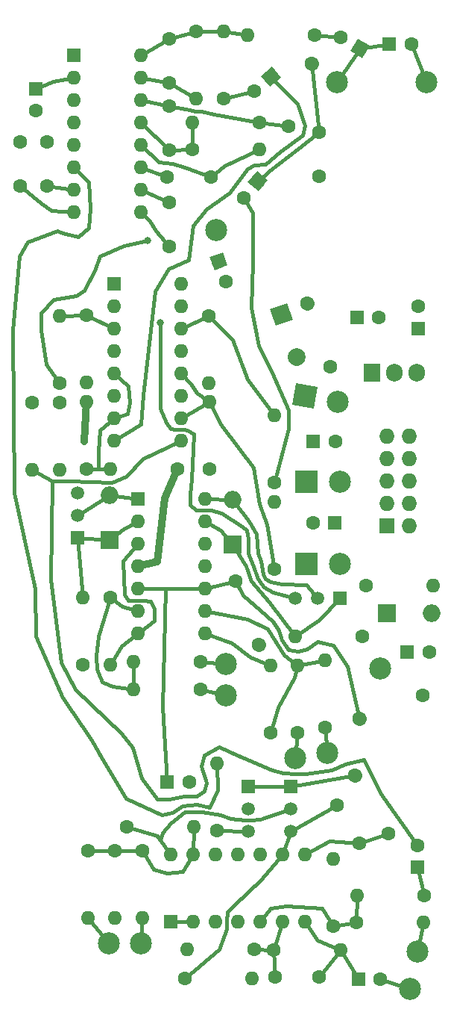
<source format=gbr>
G04 #@! TF.GenerationSoftware,KiCad,Pcbnew,(5.1.2-1)-1*
G04 #@! TF.CreationDate,2022-01-02T20:14:42-05:00*
G04 #@! TF.ProjectId,EchoFXXX_MFOS,4563686f-4658-4585-985f-4d464f532e6b,rev?*
G04 #@! TF.SameCoordinates,Original*
G04 #@! TF.FileFunction,Copper,L1,Top*
G04 #@! TF.FilePolarity,Positive*
%FSLAX46Y46*%
G04 Gerber Fmt 4.6, Leading zero omitted, Abs format (unit mm)*
G04 Created by KiCad (PCBNEW (5.1.2-1)-1) date 2022-01-02 20:14:42*
%MOMM*%
%LPD*%
G04 APERTURE LIST*
%ADD10O,1.600000X1.600000*%
%ADD11R,1.600000X1.600000*%
%ADD12R,1.500000X1.500000*%
%ADD13C,1.500000*%
%ADD14C,1.600000*%
%ADD15C,0.100000*%
%ADD16C,2.000000*%
%ADD17C,2.000000*%
%ADD18R,2.000000X2.000000*%
%ADD19O,2.000000X2.000000*%
%ADD20C,2.499360*%
%ADD21R,1.727200X1.727200*%
%ADD22O,1.727200X1.727200*%
%ADD23R,2.499360X2.499360*%
%ADD24C,1.600000*%
%ADD25R,1.905000X2.000000*%
%ADD26O,1.905000X2.000000*%
%ADD27C,0.800000*%
%ADD28C,0.812800*%
%ADD29C,0.406400*%
G04 APERTURE END LIST*
D10*
X34960000Y-66660000D03*
X27340000Y-81900000D03*
X34960000Y-69200000D03*
X27340000Y-79360000D03*
X34960000Y-71740000D03*
X27340000Y-76820000D03*
X34960000Y-74280000D03*
X27340000Y-74280000D03*
X34960000Y-76820000D03*
X27340000Y-71740000D03*
X34960000Y-79360000D03*
X27340000Y-69200000D03*
X34960000Y-81900000D03*
D11*
X27340000Y-66660000D03*
D12*
X39890000Y-99179999D03*
D13*
X39890000Y-104259999D03*
X39890000Y-101719999D03*
D12*
X44724998Y-99185001D03*
D13*
X44724998Y-104265001D03*
X44724998Y-101725001D03*
D12*
X20470000Y-71060000D03*
D13*
X20470000Y-65980000D03*
X20470000Y-68520000D03*
D12*
X50300000Y-77920000D03*
D13*
X45220000Y-77920000D03*
X47760000Y-77920000D03*
D14*
X54690000Y-46010000D03*
D11*
X52190000Y-46010000D03*
D14*
X37355063Y-42020859D03*
X36500013Y-39671627D03*
D15*
G36*
X35474643Y-39193489D02*
G01*
X36978151Y-38646257D01*
X37525383Y-40149765D01*
X36021875Y-40696997D01*
X35474643Y-39193489D01*
X35474643Y-39193489D01*
G37*
D11*
X57930000Y-84020000D03*
D14*
X60430000Y-84020000D03*
X17010000Y-26140000D03*
X17010000Y-31140000D03*
D11*
X59180000Y-47300000D03*
D14*
X59180000Y-44800000D03*
X50404936Y-14310000D03*
X52570000Y-15560000D03*
D15*
G36*
X53662820Y-15267180D02*
G01*
X52862820Y-16652820D01*
X51477180Y-15852820D01*
X52277180Y-14467180D01*
X53662820Y-15267180D01*
X53662820Y-15267180D01*
G37*
D14*
X13930000Y-31140000D03*
X13930000Y-26140000D03*
D11*
X15740000Y-20120000D03*
D14*
X15740000Y-22620000D03*
X30880000Y-14490000D03*
X30880000Y-19490000D03*
X30890000Y-22060000D03*
X30890000Y-27060000D03*
X30640000Y-30120000D03*
X35640000Y-30120000D03*
X30900000Y-32970000D03*
X30900000Y-37970000D03*
X47900000Y-30010000D03*
X47900000Y-25010000D03*
X42440000Y-18770000D03*
D15*
G36*
X42538605Y-17642934D02*
G01*
X43567066Y-18868605D01*
X42341395Y-19897066D01*
X41312934Y-18671395D01*
X42538605Y-17642934D01*
X42538605Y-17642934D01*
G37*
D14*
X40524889Y-20376969D03*
X39343031Y-32525111D03*
X40950000Y-30610000D03*
D15*
G36*
X40851395Y-29482934D02*
G01*
X42077066Y-30511395D01*
X41048605Y-31737066D01*
X39822934Y-30708605D01*
X40851395Y-29482934D01*
X40851395Y-29482934D01*
G37*
D14*
X52470000Y-105650000D03*
X49970000Y-101319873D03*
D11*
X30670000Y-98700000D03*
D14*
X33170000Y-98700000D03*
X58410000Y-15020000D03*
D11*
X55910000Y-15020000D03*
X59120000Y-108400000D03*
D14*
X59120000Y-105900000D03*
X42930000Y-120790000D03*
X47930000Y-120790000D03*
X54880000Y-121060000D03*
D11*
X52380000Y-121060000D03*
X47250000Y-60090000D03*
D14*
X49750000Y-60090000D03*
X47220000Y-69310000D03*
D11*
X49720000Y-69310000D03*
D16*
X45375571Y-50513706D03*
D17*
X45375571Y-50513706D02*
X45375571Y-50513706D01*
D16*
X43638109Y-45740067D03*
D15*
G36*
X42356396Y-45142395D02*
G01*
X44235781Y-44458354D01*
X44919822Y-46337739D01*
X43040437Y-47021780D01*
X42356396Y-45142395D01*
X42356396Y-45142395D01*
G37*
D18*
X55590000Y-79540000D03*
D19*
X60670000Y-79540000D03*
X38080000Y-66720000D03*
D18*
X38080000Y-71800000D03*
X24150000Y-71260000D03*
D19*
X24150000Y-66180000D03*
D20*
X36266576Y-36106461D03*
X54880000Y-85810000D03*
X45240000Y-95980000D03*
X48830000Y-95430000D03*
X49950000Y-19400000D03*
X37360000Y-85340000D03*
X37360000Y-88910000D03*
X24060000Y-117000000D03*
X27640000Y-116970000D03*
D21*
X55640000Y-69650000D03*
D22*
X58180000Y-69650000D03*
X55640000Y-67110000D03*
X58180000Y-67110000D03*
X55640000Y-64570000D03*
X58180000Y-64570000D03*
X55640000Y-62030000D03*
X58180000Y-62030000D03*
X55640000Y-59490000D03*
X58180000Y-59490000D03*
D20*
X46280000Y-54930000D03*
D15*
G36*
X44832301Y-55943690D02*
G01*
X45266310Y-53482301D01*
X47727699Y-53916310D01*
X47293690Y-56377699D01*
X44832301Y-55943690D01*
X44832301Y-55943690D01*
G37*
D20*
X50032118Y-55591600D03*
X50320000Y-64710000D03*
D23*
X46510000Y-64710000D03*
X46460000Y-74010000D03*
D20*
X50270000Y-74010000D03*
X58250000Y-122130000D03*
X60110000Y-19380000D03*
X59080000Y-117970000D03*
D14*
X49157280Y-51606167D03*
X46551087Y-44445709D03*
D24*
X46551087Y-44445709D02*
X46551087Y-44445709D01*
D10*
X60870000Y-76410000D03*
D14*
X53250000Y-76410000D03*
X48590000Y-92530000D03*
D10*
X48590000Y-84910000D03*
X45495892Y-85473233D03*
D14*
X45495892Y-93093233D03*
X47410000Y-14070000D03*
D10*
X39790000Y-14070000D03*
D14*
X42380000Y-93090000D03*
D10*
X42380000Y-85470000D03*
D14*
X52800000Y-82240000D03*
D10*
X45180000Y-82240000D03*
D14*
X18440000Y-53460000D03*
D10*
X18440000Y-45840000D03*
X21510000Y-53450000D03*
D14*
X21510000Y-45830000D03*
X33980000Y-13630000D03*
D10*
X33980000Y-21250000D03*
X33550000Y-23940000D03*
D14*
X41170000Y-23940000D03*
X33530000Y-27020000D03*
D10*
X41150000Y-27020000D03*
D14*
X21510000Y-63270000D03*
D10*
X21510000Y-55650000D03*
D14*
X47056193Y-17249542D03*
D24*
X47056193Y-17249542D02*
X47056193Y-17249542D01*
D14*
X44450000Y-24410000D03*
D10*
X37110000Y-13620000D03*
D14*
X37110000Y-21240000D03*
D10*
X24180000Y-63270000D03*
D14*
X31800000Y-63270000D03*
X34490000Y-88180000D03*
D10*
X26870000Y-88180000D03*
X26870000Y-85100000D03*
D14*
X34490000Y-85100000D03*
D10*
X18440000Y-63280000D03*
D14*
X18440000Y-55660000D03*
D10*
X24210000Y-85400000D03*
D14*
X24210000Y-77780000D03*
X42840000Y-64760000D03*
D10*
X42840000Y-57140000D03*
D14*
X35420000Y-45860000D03*
D10*
X35420000Y-53480000D03*
X21090000Y-77820000D03*
D14*
X21090000Y-85440000D03*
X27880000Y-106470000D03*
D10*
X27880000Y-114090000D03*
X21630000Y-114120000D03*
D14*
X21630000Y-106500000D03*
D10*
X24740000Y-114080000D03*
D14*
X24740000Y-106460000D03*
D10*
X40330000Y-120950000D03*
D14*
X32710000Y-120950000D03*
D10*
X33680000Y-103780000D03*
D14*
X26060000Y-103780000D03*
X42850000Y-74570000D03*
D10*
X42850000Y-66950000D03*
X35440000Y-55650000D03*
D14*
X35440000Y-63270000D03*
X51940000Y-97920886D03*
D24*
X51940000Y-97920886D02*
X51940000Y-97920886D01*
D14*
X55750000Y-104520000D03*
D10*
X15350000Y-63290000D03*
D14*
X15350000Y-55670000D03*
X36320000Y-104230000D03*
D10*
X36320000Y-96610000D03*
D14*
X59680000Y-88870000D03*
X52519542Y-91476193D03*
D24*
X52519542Y-91476193D02*
X52519542Y-91476193D01*
D14*
X41076193Y-83100458D03*
D24*
X41076193Y-83100458D02*
X41076193Y-83100458D01*
D14*
X38470000Y-75940000D03*
D10*
X49530000Y-107440000D03*
D14*
X49530000Y-115060000D03*
X52180000Y-114640000D03*
D10*
X59800000Y-114640000D03*
D14*
X40550000Y-117710000D03*
D10*
X32930000Y-117710000D03*
D14*
X59830000Y-111550000D03*
D10*
X52210000Y-111550000D03*
D14*
X42730000Y-117720000D03*
D10*
X50350000Y-117720000D03*
D25*
X53920000Y-52340000D03*
D26*
X56460000Y-52340000D03*
X59000000Y-52340000D03*
D10*
X27700000Y-16370000D03*
X20080000Y-34150000D03*
X27700000Y-18910000D03*
X20080000Y-31610000D03*
X27700000Y-21450000D03*
X20080000Y-29070000D03*
X27700000Y-23990000D03*
X20080000Y-26530000D03*
X27700000Y-26530000D03*
X20080000Y-23990000D03*
X27700000Y-29070000D03*
X20080000Y-21450000D03*
X27700000Y-31610000D03*
X20080000Y-18910000D03*
X27700000Y-34150000D03*
D11*
X20080000Y-16370000D03*
X31080000Y-114570000D03*
D10*
X46320000Y-106950000D03*
X33620000Y-114570000D03*
X43780000Y-106950000D03*
X36160000Y-114570000D03*
X41240000Y-106950000D03*
X38700000Y-114570000D03*
X38700000Y-106950000D03*
X41240000Y-114570000D03*
X36160000Y-106950000D03*
X43780000Y-114570000D03*
X33620000Y-106950000D03*
X46320000Y-114570000D03*
X31080000Y-106950000D03*
D11*
X24650000Y-42280000D03*
D10*
X32270000Y-60060000D03*
X24650000Y-44820000D03*
X32270000Y-57520000D03*
X24650000Y-47360000D03*
X32270000Y-54980000D03*
X24650000Y-49900000D03*
X32270000Y-52440000D03*
X24650000Y-52440000D03*
X32270000Y-49900000D03*
X24650000Y-54980000D03*
X32270000Y-47360000D03*
X24650000Y-57520000D03*
X32270000Y-44820000D03*
X24650000Y-60060000D03*
X32270000Y-42280000D03*
D27*
X21260000Y-60140000D03*
X28430000Y-37290000D03*
X29910000Y-46650000D03*
D28*
X21260000Y-60140000D02*
X21510000Y-55650000D01*
X31800000Y-63270000D02*
X30420000Y-66540000D01*
X30420000Y-66540000D02*
X29530000Y-73730000D01*
X29530000Y-73730000D02*
X27340000Y-74280000D01*
D29*
X17010000Y-31140000D02*
X20080000Y-31610000D01*
X47410000Y-14070000D02*
X50404936Y-14310000D01*
X52570000Y-15560000D02*
X49950000Y-19400000D01*
X52570000Y-15560000D02*
X55910000Y-15020000D01*
X17560000Y-33930000D02*
X16350000Y-33090000D01*
X16350000Y-33090000D02*
X13930000Y-31140000D01*
X20080000Y-34150000D02*
X17560000Y-33930000D01*
X15740000Y-20120000D02*
X17700000Y-19260000D01*
X17700000Y-19260000D02*
X20080000Y-18910000D01*
X37110000Y-13620000D02*
X33980000Y-13630000D01*
X30880000Y-14490000D02*
X33980000Y-13630000D01*
X39790000Y-14070000D02*
X37110000Y-13620000D01*
X27700000Y-16370000D02*
X30880000Y-14490000D01*
X30880000Y-19490000D02*
X33980000Y-21250000D01*
X30880000Y-19490000D02*
X27700000Y-18910000D01*
X41170000Y-23940000D02*
X35970000Y-23060000D01*
X35970000Y-23060000D02*
X34530000Y-22720000D01*
X34530000Y-22720000D02*
X33830000Y-22640000D01*
X33830000Y-22640000D02*
X33170000Y-22520000D01*
X33170000Y-22520000D02*
X30890000Y-22060000D01*
X44450000Y-24410000D02*
X41170000Y-23940000D01*
X30890000Y-22060000D02*
X27700000Y-21450000D01*
X30890000Y-27060000D02*
X33530000Y-27020000D01*
X33530000Y-27020000D02*
X33550000Y-23940000D01*
X30890000Y-27060000D02*
X27700000Y-23990000D01*
X30640000Y-30120000D02*
X27700000Y-29070000D01*
X29710000Y-28450000D02*
X31220000Y-28600000D01*
X31220000Y-28600000D02*
X32640000Y-29040000D01*
X32640000Y-29040000D02*
X35640000Y-30120000D01*
X41150000Y-27020000D02*
X37160000Y-28880000D01*
X37160000Y-28880000D02*
X35640000Y-30120000D01*
X29710000Y-28450000D02*
X27700000Y-26530000D01*
X30900000Y-32970000D02*
X27700000Y-31610000D01*
X30900000Y-37970000D02*
X29330000Y-36240000D01*
X29330000Y-36240000D02*
X28680000Y-35110000D01*
X28680000Y-35110000D02*
X27700000Y-34150000D01*
X47900000Y-25010000D02*
X45560000Y-26900000D01*
X45560000Y-26900000D02*
X42260000Y-29430000D01*
X42260000Y-29430000D02*
X40950000Y-30610000D01*
X47056193Y-17249542D02*
X47900000Y-25010000D01*
X42440000Y-18770000D02*
X45440000Y-21850000D01*
X45440000Y-21850000D02*
X46340000Y-24310000D01*
X46340000Y-24310000D02*
X46030000Y-25360000D01*
X46030000Y-25360000D02*
X43470000Y-27260000D01*
X43470000Y-27260000D02*
X41830000Y-28680000D01*
X41830000Y-28680000D02*
X40550000Y-28770000D01*
X40550000Y-28770000D02*
X39780000Y-29160000D01*
X39780000Y-29160000D02*
X37730000Y-31940000D01*
X37730000Y-31940000D02*
X35170000Y-33760000D01*
X35170000Y-33760000D02*
X33610000Y-35640000D01*
X33610000Y-35640000D02*
X33060000Y-39550000D01*
X33060000Y-39550000D02*
X30850000Y-40560000D01*
X30850000Y-40560000D02*
X29310000Y-43120000D01*
X29310000Y-43120000D02*
X27910000Y-54830000D01*
X27910000Y-54830000D02*
X27640000Y-58170000D01*
X27640000Y-58170000D02*
X24650000Y-60060000D01*
X37110000Y-21240000D02*
X40524889Y-20376969D01*
X28430000Y-37290000D02*
X25720000Y-37950000D01*
X25720000Y-37950000D02*
X23050000Y-39110000D01*
X20330000Y-43560000D02*
X17770000Y-44010000D01*
X17770000Y-44010000D02*
X16360000Y-45520000D01*
X16360000Y-45520000D02*
X16360000Y-47530000D01*
X16360000Y-47530000D02*
X16960000Y-51360000D01*
X16960000Y-51360000D02*
X18440000Y-53460000D01*
X21216455Y-42976455D02*
X22455876Y-40745876D01*
X23050000Y-39110000D02*
X22455876Y-40745876D01*
X21216455Y-42976455D02*
X20330000Y-43560000D01*
X42840000Y-64760000D02*
X44470000Y-58700000D01*
X44470000Y-58700000D02*
X44470000Y-56540000D01*
X44470000Y-56540000D02*
X42540000Y-52330000D01*
X42540000Y-52330000D02*
X41030000Y-49300000D01*
X41030000Y-49300000D02*
X40210000Y-44950000D01*
X40210000Y-44950000D02*
X40390000Y-39910000D01*
X40390000Y-39910000D02*
X40390000Y-34230000D01*
X40390000Y-34230000D02*
X39343031Y-32525111D01*
X46320000Y-106950000D02*
X49130000Y-105430000D01*
X49130000Y-105430000D02*
X52470000Y-105650000D01*
X52470000Y-105650000D02*
X55750000Y-104520000D01*
X44724998Y-104265001D02*
X49970000Y-101319873D01*
X44724998Y-104265001D02*
X43780000Y-106950000D01*
X32710000Y-120950000D02*
X36600000Y-117660000D01*
X36600000Y-117660000D02*
X37380000Y-115430000D01*
X37380000Y-115430000D02*
X37430000Y-114980000D01*
X37430000Y-114980000D02*
X37430000Y-114420000D01*
X37430000Y-114420000D02*
X37490000Y-113480000D01*
X37490000Y-113480000D02*
X38350000Y-112630000D01*
X38350000Y-112630000D02*
X41270000Y-109800000D01*
X41270000Y-109800000D02*
X43780000Y-106950000D01*
X38470000Y-75940000D02*
X34960000Y-76820000D01*
X30670000Y-98700000D02*
X30130000Y-90150000D01*
X30130000Y-90150000D02*
X30500000Y-76820000D01*
X30500000Y-76820000D02*
X27340000Y-76820000D01*
X34960000Y-76820000D02*
X30500000Y-76820000D01*
X52519542Y-91476193D02*
X51120000Y-85610000D01*
X51120000Y-85610000D02*
X49510000Y-83180000D01*
X49510000Y-83180000D02*
X47740000Y-82790000D01*
X47740000Y-82790000D02*
X46600000Y-83650000D01*
X46600000Y-83650000D02*
X45570000Y-83860000D01*
X45570000Y-83860000D02*
X44440000Y-83700000D01*
X44440000Y-83700000D02*
X44090000Y-83250000D01*
X44090000Y-83250000D02*
X43710000Y-82660000D01*
X43710000Y-82660000D02*
X43310000Y-81510000D01*
X43310000Y-81510000D02*
X42670000Y-80540000D01*
X42670000Y-80540000D02*
X41200000Y-79230000D01*
X41200000Y-79230000D02*
X39280000Y-77540000D01*
X39280000Y-77540000D02*
X38470000Y-75940000D01*
X58410000Y-15020000D02*
X60110000Y-19380000D01*
X59120000Y-108400000D02*
X59830000Y-111550000D01*
X32270000Y-60060000D02*
X27940000Y-62090000D01*
X27940000Y-62090000D02*
X25970000Y-64070000D01*
X25970000Y-64070000D02*
X24350000Y-64750000D01*
X24350000Y-64750000D02*
X19660000Y-64590000D01*
X19660000Y-64590000D02*
X17590000Y-64590000D01*
X17590000Y-64590000D02*
X15350000Y-63290000D01*
X59120000Y-105900000D02*
X54900000Y-100050000D01*
X54900000Y-100050000D02*
X52980000Y-96160000D01*
X52980000Y-96160000D02*
X50850000Y-96640000D01*
X50850000Y-96640000D02*
X49360000Y-97330000D01*
X49360000Y-97330000D02*
X46430000Y-97760000D01*
X46430000Y-97760000D02*
X45320000Y-97790000D01*
X45320000Y-97790000D02*
X43860000Y-97680000D01*
X43860000Y-97680000D02*
X42600000Y-97380000D01*
X42600000Y-97380000D02*
X38620000Y-95640000D01*
X38620000Y-95640000D02*
X36610000Y-94770000D01*
X36610000Y-94770000D02*
X34870000Y-95700000D01*
X34870000Y-95700000D02*
X34550000Y-96900000D01*
X34550000Y-96900000D02*
X35130000Y-98800000D01*
X35130000Y-98800000D02*
X34900000Y-99770000D01*
X34900000Y-99770000D02*
X34030000Y-100320000D01*
X34030000Y-100320000D02*
X32550000Y-100320000D01*
X32550000Y-100320000D02*
X30870000Y-100700000D01*
X30870000Y-100700000D02*
X29550000Y-100670000D01*
X29550000Y-100670000D02*
X27740000Y-98250000D01*
X27740000Y-98250000D02*
X26710000Y-94830000D01*
X26710000Y-94830000D02*
X25450000Y-93220000D01*
X25450000Y-93220000D02*
X20230000Y-88190000D01*
X20230000Y-88190000D02*
X18630000Y-85150000D01*
X18630000Y-85150000D02*
X17410000Y-75780000D01*
X17410000Y-75780000D02*
X17590000Y-64590000D01*
X43780000Y-114570000D02*
X42730000Y-117720000D01*
X42730000Y-117720000D02*
X40550000Y-117710000D01*
X42930000Y-120790000D02*
X42730000Y-117720000D01*
X52380000Y-121060000D02*
X50350000Y-117720000D01*
X50350000Y-117720000D02*
X47930000Y-120790000D01*
X50350000Y-117720000D02*
X47740000Y-116690000D01*
X47740000Y-116690000D02*
X46320000Y-114570000D01*
X58250000Y-122130000D02*
X54880000Y-121060000D01*
X38080000Y-66720000D02*
X34960000Y-66660000D01*
X47760000Y-77920000D02*
X46480000Y-76380000D01*
X46480000Y-76380000D02*
X43710000Y-76280000D01*
X39920000Y-69180000D02*
X38080000Y-66720000D01*
X43710000Y-76280000D02*
X42450000Y-76020000D01*
X42450000Y-76020000D02*
X41840000Y-75660000D01*
X41840000Y-75660000D02*
X41580000Y-75210000D01*
X41580000Y-75210000D02*
X41440000Y-74660000D01*
X41440000Y-74660000D02*
X41290000Y-73670000D01*
X41290000Y-73670000D02*
X40930000Y-72810000D01*
X40930000Y-72810000D02*
X40770000Y-70580000D01*
X40770000Y-70580000D02*
X39920000Y-69180000D01*
X45180000Y-82240000D02*
X47940000Y-80370000D01*
X47940000Y-80370000D02*
X50300000Y-77920000D01*
X38080000Y-71800000D02*
X36750000Y-70190000D01*
X36750000Y-70190000D02*
X34960000Y-69200000D01*
X45180000Y-82240000D02*
X42240000Y-78270000D01*
X42240000Y-78270000D02*
X40220000Y-75950000D01*
X40220000Y-75950000D02*
X39640000Y-74230000D01*
X39640000Y-74230000D02*
X38080000Y-71800000D01*
X27340000Y-69200000D02*
X25750000Y-70030000D01*
X25750000Y-70030000D02*
X24150000Y-71260000D01*
X24150000Y-71260000D02*
X20470000Y-71060000D01*
X21090000Y-77820000D02*
X20470000Y-71060000D01*
X20470000Y-68520000D02*
X24150000Y-66180000D01*
X24150000Y-66180000D02*
X27340000Y-66660000D01*
X45240000Y-95980000D02*
X45495892Y-93093233D01*
X48590000Y-92530000D02*
X48830000Y-95430000D01*
X34490000Y-85100000D02*
X37360000Y-85340000D01*
X37360000Y-88910000D02*
X34490000Y-88180000D01*
X24060000Y-117000000D02*
X21630000Y-114120000D01*
X27640000Y-116970000D02*
X27880000Y-114090000D01*
X59800000Y-114640000D02*
X59080000Y-117970000D01*
X45220000Y-77920000D02*
X42670000Y-77200000D01*
X42670000Y-77200000D02*
X41640000Y-76600000D01*
X41640000Y-76600000D02*
X41000000Y-75700000D01*
X41000000Y-75700000D02*
X40390000Y-74110000D01*
X40390000Y-74110000D02*
X39860000Y-72810000D01*
X39860000Y-72810000D02*
X39910000Y-71090000D01*
X39910000Y-71090000D02*
X39740000Y-70200000D01*
X39740000Y-70200000D02*
X39160000Y-69750000D01*
X39160000Y-69750000D02*
X36800000Y-68240000D01*
X36800000Y-68240000D02*
X35620000Y-67910000D01*
X35620000Y-67910000D02*
X34680000Y-67910000D01*
X34680000Y-67910000D02*
X33910000Y-67900000D01*
X33910000Y-67900000D02*
X33290000Y-67300000D01*
X33290000Y-67300000D02*
X33250000Y-66050000D01*
X33250000Y-66050000D02*
X33470000Y-64450000D01*
X33470000Y-64450000D02*
X33700000Y-59240000D01*
X33700000Y-59240000D02*
X32940000Y-58850000D01*
X32940000Y-58850000D02*
X32560000Y-58770000D01*
X32560000Y-58770000D02*
X32110000Y-58770000D01*
X32110000Y-58770000D02*
X31610000Y-58770000D01*
X31610000Y-58770000D02*
X31080000Y-58630000D01*
X31080000Y-58630000D02*
X30560000Y-57960000D01*
X30560000Y-57960000D02*
X29910000Y-56390000D01*
X29910000Y-56390000D02*
X29910000Y-54390000D01*
X29910000Y-54390000D02*
X29910000Y-46650000D01*
X29910000Y-46650000D02*
X29930000Y-46650000D01*
X29510000Y-104820000D02*
X26060000Y-103780000D01*
X44724998Y-101725001D02*
X41210000Y-102980000D01*
X41210000Y-102980000D02*
X40110000Y-103020000D01*
X40110000Y-103020000D02*
X39490000Y-103030000D01*
X39490000Y-103030000D02*
X37830000Y-102830000D01*
X37830000Y-102830000D02*
X36720000Y-102430000D01*
X36720000Y-102430000D02*
X34610000Y-102080000D01*
X34610000Y-102080000D02*
X32710000Y-102080000D01*
X32710000Y-102080000D02*
X31040000Y-103400000D01*
X31040000Y-103400000D02*
X30130000Y-104440000D01*
X30130000Y-104440000D02*
X29853703Y-105286297D01*
X29853703Y-105286297D02*
X29510000Y-104820000D01*
X31080000Y-106950000D02*
X29853703Y-105286297D01*
X51940000Y-97920886D02*
X44724998Y-99185001D01*
X44724998Y-99185001D02*
X39890000Y-99179999D01*
X36320000Y-104230000D02*
X39890000Y-104259999D01*
X48590000Y-84910000D02*
X45495892Y-85473233D01*
X45495892Y-85473233D02*
X43910000Y-84300000D01*
X43910000Y-84300000D02*
X42110000Y-81330000D01*
X42110000Y-81330000D02*
X39790000Y-80240000D01*
X39790000Y-80240000D02*
X34960000Y-79360000D01*
X42380000Y-93090000D02*
X43290000Y-90210000D01*
X43290000Y-90210000D02*
X45120000Y-86900000D01*
X45120000Y-86900000D02*
X45495892Y-85473233D01*
X42380000Y-85470000D02*
X40120000Y-84560000D01*
X40120000Y-84560000D02*
X38010000Y-82960000D01*
X38010000Y-82960000D02*
X34960000Y-81900000D01*
X24650000Y-47360000D02*
X21510000Y-45830000D01*
X21510000Y-45830000D02*
X18440000Y-45840000D01*
X24650000Y-52440000D02*
X26200000Y-53810000D01*
X26200000Y-53810000D02*
X26420000Y-55680000D01*
X26420000Y-55680000D02*
X26130000Y-56950000D01*
X26130000Y-56950000D02*
X24650000Y-57520000D01*
X22880000Y-63270000D02*
X22830000Y-61220000D01*
X24180000Y-63270000D02*
X22880000Y-63270000D01*
X22880000Y-63270000D02*
X21510000Y-63270000D01*
X22830000Y-61220000D02*
X23060000Y-58860000D01*
X23060000Y-58860000D02*
X24650000Y-57520000D01*
X27340000Y-79360000D02*
X25580000Y-78840000D01*
X25580000Y-78840000D02*
X24210000Y-77780000D01*
X26870000Y-88180000D02*
X26870000Y-85100000D01*
X24210000Y-77780000D02*
X22820000Y-82180000D01*
X22820000Y-82180000D02*
X22580000Y-84430000D01*
X22580000Y-84430000D02*
X22650000Y-85900000D01*
X22650000Y-85900000D02*
X23300000Y-87360000D01*
X23300000Y-87360000D02*
X24480000Y-87910000D01*
X24480000Y-87910000D02*
X26870000Y-88180000D01*
X24210000Y-85400000D02*
X25470000Y-83330000D01*
X25470000Y-83330000D02*
X27340000Y-81900000D01*
X27340000Y-71740000D02*
X25640000Y-73680000D01*
X25640000Y-73680000D02*
X25780000Y-77470000D01*
X25780000Y-77470000D02*
X26230000Y-78100000D01*
X26230000Y-78100000D02*
X27960000Y-78100000D01*
X27960000Y-78100000D02*
X28780000Y-78260000D01*
X28780000Y-78260000D02*
X29230000Y-79060000D01*
X29230000Y-79060000D02*
X29220000Y-80450000D01*
X29220000Y-80450000D02*
X27340000Y-81900000D01*
X32270000Y-47360000D02*
X35420000Y-45860000D01*
X35420000Y-45860000D02*
X38060000Y-48570000D01*
X38060000Y-48570000D02*
X39770000Y-53040000D01*
X39770000Y-53040000D02*
X42840000Y-57140000D01*
X24740000Y-106460000D02*
X21630000Y-106500000D01*
X24740000Y-106460000D02*
X27880000Y-106470000D01*
X27880000Y-106470000D02*
X29150000Y-108600000D01*
X29150000Y-108600000D02*
X30650000Y-109080000D01*
X30650000Y-109080000D02*
X32440000Y-108840000D01*
X32440000Y-108840000D02*
X33620000Y-106950000D01*
X33620000Y-106950000D02*
X33680000Y-103780000D01*
X35440000Y-55650000D02*
X32270000Y-57520000D01*
X35440000Y-55650000D02*
X34020000Y-54590000D01*
X34020000Y-54590000D02*
X33320000Y-53600000D01*
X33320000Y-53600000D02*
X32270000Y-52440000D01*
X42850000Y-74570000D02*
X41960000Y-69490000D01*
X41960000Y-69490000D02*
X41180000Y-67190000D01*
X41180000Y-67190000D02*
X40480000Y-63040000D01*
X40480000Y-63040000D02*
X36717661Y-58142339D01*
X36717661Y-58142339D02*
X35440000Y-55650000D01*
X22050000Y-93990000D02*
X18750000Y-89130000D01*
X18750000Y-89130000D02*
X15780000Y-82170000D01*
X15780000Y-82170000D02*
X15620000Y-76820000D01*
X15620000Y-76820000D02*
X13320000Y-65960000D01*
X13320000Y-65960000D02*
X13100000Y-47490000D01*
X13100000Y-47490000D02*
X13870000Y-39120000D01*
X18800000Y-36480000D02*
X20570000Y-36870000D01*
X20570000Y-36870000D02*
X21760000Y-35910000D01*
X21760000Y-35910000D02*
X21930000Y-33660000D01*
X21930000Y-33660000D02*
X21760000Y-30750000D01*
X18216843Y-36256843D02*
X14823767Y-37486233D01*
X13870000Y-39120000D02*
X14823767Y-37486233D01*
X18216843Y-36256843D02*
X18800000Y-36480000D01*
X36320000Y-96610000D02*
X36380000Y-99610000D01*
X36380000Y-99610000D02*
X35470000Y-101590000D01*
X35470000Y-101590000D02*
X34060000Y-101250000D01*
X34060000Y-101250000D02*
X32430000Y-101440000D01*
X32430000Y-101440000D02*
X31240000Y-102150000D01*
X31240000Y-102150000D02*
X30090000Y-102470000D01*
X30090000Y-102470000D02*
X26010000Y-100540000D01*
X26010000Y-100540000D02*
X23220000Y-95920000D01*
X23220000Y-95920000D02*
X22050000Y-93990000D01*
X21760000Y-30750000D02*
X20080000Y-29070000D01*
X52180000Y-114640000D02*
X52210000Y-111550000D01*
X49530000Y-115060000D02*
X52180000Y-114640000D01*
X49530000Y-115060000D02*
X48280000Y-113040000D01*
X48280000Y-113040000D02*
X44150000Y-112740000D01*
X44150000Y-112740000D02*
X42400000Y-113010000D01*
X42400000Y-113010000D02*
X41240000Y-114570000D01*
X31080000Y-114570000D02*
X33620000Y-114570000D01*
M02*

</source>
